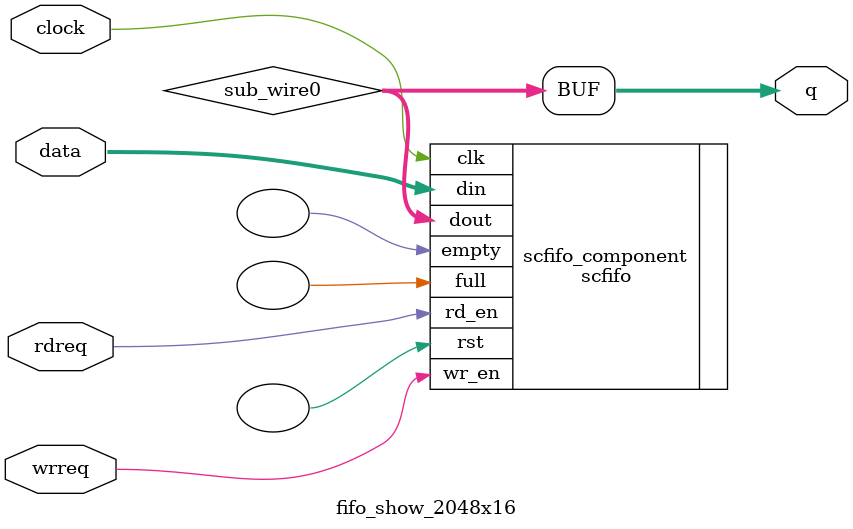
<source format=v>

`timescale 1 ps / 1 ps
// synopsys translate_on
module fifo_show_2048x16 (
	clock,
	data,
	rdreq,
	wrreq,
	q);

	input	  clock;
	input	[23:0]  data;
	input	  rdreq;
	input	  wrreq;
	output	[23:0]  q;

	wire [23:0] sub_wire0;
	wire [23:0] q = sub_wire0[23:0];

scfifo scfifo_component (
  .clk(clock),      // input wire clk
  .rst(),      // input wire rst
  .din(data),      // input wire [15 : 0] din
  .wr_en(wrreq),  // input wire wr_en
  .rd_en(rdreq),  // input wire rd_en
  .dout(sub_wire0),    // output wire [15 : 0] dout
  .full(),    // output wire full
  .empty()  // output wire empty
);
/*
	defparam
		scfifo_component.add_ram_output_register = "OFF",
		scfifo_component.intended_device_family = "Cyclone IV E",
		scfifo_component.lpm_numwords = 2048,
		scfifo_component.lpm_showahead = "ON",
		scfifo_component.lpm_type = "scfifo",
		scfifo_component.lpm_width = 16,
		scfifo_component.lpm_widthu = 11,
		scfifo_component.overflow_checking = "ON",
		scfifo_component.underflow_checking = "ON",
		scfifo_component.use_eab = "ON";
*/

endmodule

// ============================================================
// CNX file retrieval info
// ============================================================
// Retrieval info: PRIVATE: AlmostEmpty NUMERIC "0"
// Retrieval info: PRIVATE: AlmostEmptyThr NUMERIC "-1"
// Retrieval info: PRIVATE: AlmostFull NUMERIC "0"
// Retrieval info: PRIVATE: AlmostFullThr NUMERIC "-1"
// Retrieval info: PRIVATE: CLOCKS_ARE_SYNCHRONIZED NUMERIC "0"
// Retrieval info: PRIVATE: Clock NUMERIC "0"
// Retrieval info: PRIVATE: Depth NUMERIC "2048"
// Retrieval info: PRIVATE: Empty NUMERIC "0"
// Retrieval info: PRIVATE: Full NUMERIC "0"
// Retrieval info: PRIVATE: INTENDED_DEVICE_FAMILY STRING "Cyclone IV E"
// Retrieval info: PRIVATE: LE_BasedFIFO NUMERIC "0"
// Retrieval info: PRIVATE: LegacyRREQ NUMERIC "0"
// Retrieval info: PRIVATE: MAX_DEPTH_BY_9 NUMERIC "0"
// Retrieval info: PRIVATE: OVERFLOW_CHECKING NUMERIC "0"
// Retrieval info: PRIVATE: Optimize NUMERIC "0"
// Retrieval info: PRIVATE: RAM_BLOCK_TYPE NUMERIC "0"
// Retrieval info: PRIVATE: SYNTH_WRAPPER_GEN_POSTFIX STRING "0"
// Retrieval info: PRIVATE: UNDERFLOW_CHECKING NUMERIC "0"
// Retrieval info: PRIVATE: UsedW NUMERIC "0"
// Retrieval info: PRIVATE: Width NUMERIC "16"
// Retrieval info: PRIVATE: dc_aclr NUMERIC "0"
// Retrieval info: PRIVATE: diff_widths NUMERIC "0"
// Retrieval info: PRIVATE: msb_usedw NUMERIC "0"
// Retrieval info: PRIVATE: output_width NUMERIC "16"
// Retrieval info: PRIVATE: rsEmpty NUMERIC "1"
// Retrieval info: PRIVATE: rsFull NUMERIC "0"
// Retrieval info: PRIVATE: rsUsedW NUMERIC "0"
// Retrieval info: PRIVATE: sc_aclr NUMERIC "0"
// Retrieval info: PRIVATE: sc_sclr NUMERIC "0"
// Retrieval info: PRIVATE: wsEmpty NUMERIC "0"
// Retrieval info: PRIVATE: wsFull NUMERIC "1"
// Retrieval info: PRIVATE: wsUsedW NUMERIC "0"
// Retrieval info: LIBRARY: altera_mf altera_mf.altera_mf_components.all
// Retrieval info: CONSTANT: ADD_RAM_OUTPUT_REGISTER STRING "OFF"
// Retrieval info: CONSTANT: INTENDED_DEVICE_FAMILY STRING "Cyclone IV E"
// Retrieval info: CONSTANT: LPM_NUMWORDS NUMERIC "2048"
// Retrieval info: CONSTANT: LPM_SHOWAHEAD STRING "ON"
// Retrieval info: CONSTANT: LPM_TYPE STRING "scfifo"
// Retrieval info: CONSTANT: LPM_WIDTH NUMERIC "16"
// Retrieval info: CONSTANT: LPM_WIDTHU NUMERIC "11"
// Retrieval info: CONSTANT: OVERFLOW_CHECKING STRING "ON"
// Retrieval info: CONSTANT: UNDERFLOW_CHECKING STRING "ON"
// Retrieval info: CONSTANT: USE_EAB STRING "ON"
// Retrieval info: USED_PORT: clock 0 0 0 0 INPUT NODEFVAL "clock"
// Retrieval info: USED_PORT: data 0 0 16 0 INPUT NODEFVAL "data[15..0]"
// Retrieval info: USED_PORT: q 0 0 16 0 OUTPUT NODEFVAL "q[15..0]"
// Retrieval info: USED_PORT: rdreq 0 0 0 0 INPUT NODEFVAL "rdreq"
// Retrieval info: USED_PORT: wrreq 0 0 0 0 INPUT NODEFVAL "wrreq"
// Retrieval info: CONNECT: @clock 0 0 0 0 clock 0 0 0 0
// Retrieval info: CONNECT: @data 0 0 16 0 data 0 0 16 0
// Retrieval info: CONNECT: @rdreq 0 0 0 0 rdreq 0 0 0 0
// Retrieval info: CONNECT: @wrreq 0 0 0 0 wrreq 0 0 0 0
// Retrieval info: CONNECT: q 0 0 16 0 @q 0 0 16 0
// Retrieval info: GEN_FILE: TYPE_NORMAL fifo_show_2048x16.v TRUE
// Retrieval info: GEN_FILE: TYPE_NORMAL fifo_show_2048x16.inc FALSE
// Retrieval info: GEN_FILE: TYPE_NORMAL fifo_show_2048x16.cmp FALSE
// Retrieval info: GEN_FILE: TYPE_NORMAL fifo_show_2048x16.bsf FALSE
// Retrieval info: GEN_FILE: TYPE_NORMAL fifo_show_2048x16_inst.v FALSE
// Retrieval info: GEN_FILE: TYPE_NORMAL fifo_show_2048x16_bb.v FALSE
// Retrieval info: LIB_FILE: altera_mf

</source>
